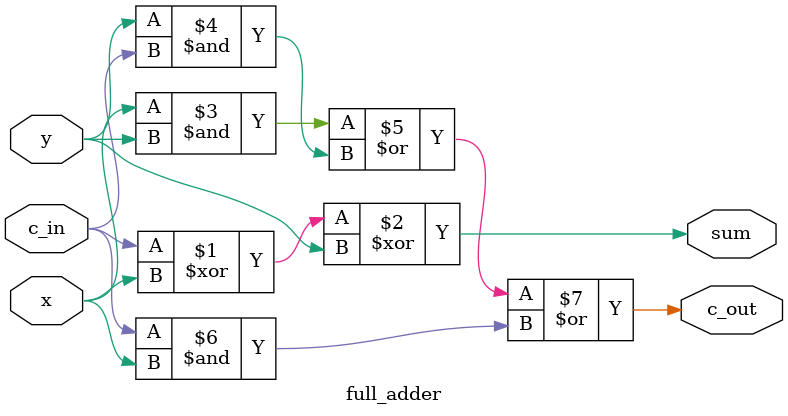
<source format=v>
module addsub(c_in, x3, x2, x1, x0, y3, y2, y1, y0, sum3, sum2, sum1, sum0, c_out);
    input c_in, x3, x2, x1, x0, y3, y2, y1, y0;
    output sum3, sum2, sum1, sum0, c_out;   
    full_adder stage0(c_in, x0, y0^c_in, sum0, carry1);
    full_adder stage1(carry1, x1, y1^c_in, sum1, carry2);
    full_adder stage2(carry2, x2, y2^c_in, sum2, carry3);
    full_adder stage3(carry3, x3, y3^c_in, sum3, c_out);
endmodule

module full_adder(c_in, x, y, sum, c_out);
    input c_in, x, y;
    output sum, c_out;

    assign sum = c_in ^ x ^ y;
    assign c_out = (x & y) | (y & c_in) | (c_in & x);
endmodule


// module 4bitadder(// Add a 4bit Adder //) //
</source>
